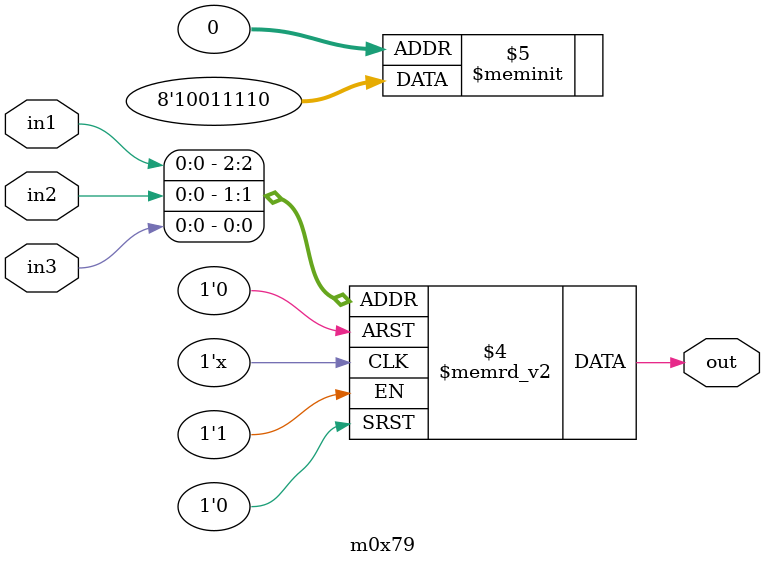
<source format=v>
module m0x79(output out, input in1, in2, in3);

   always @(in1, in2, in3)
     begin
        case({in1, in2, in3})
          3'b000: {out} = 1'b0;
          3'b001: {out} = 1'b1;
          3'b010: {out} = 1'b1;
          3'b011: {out} = 1'b1;
          3'b100: {out} = 1'b1;
          3'b101: {out} = 1'b0;
          3'b110: {out} = 1'b0;
          3'b111: {out} = 1'b1;
        endcase // case ({in1, in2, in3})
     end // always @ (in1, in2, in3)

endmodule // m0x79
</source>
